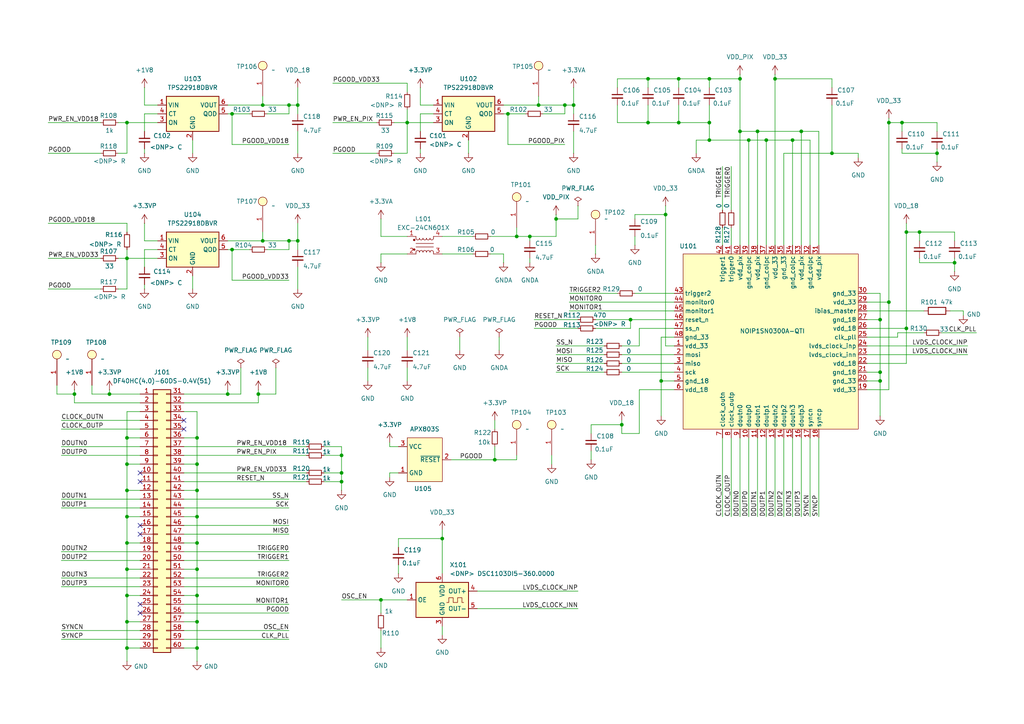
<source format=kicad_sch>
(kicad_sch (version 20250114) (generator "eeschema") (generator_version "9.0")
  (paper "A4")
  (junction (at 57.15 149.86))
  (junction (at 36.83 35.56))
  (junction (at 196.85 22.86))
  (junction (at 36.83 157.48))
  (junction (at 196.85 35.56))
  (junction (at 76.2 69.85))
  (junction (at 161.29 63.5))
  (junction (at 229.87 40.64))
  (junction (at 257.81 35.56))
  (junction (at 21.59 114.3))
  (junction (at 163.83 30.48))
  (junction (at 36.83 172.72))
  (junction (at 86.36 30.48))
  (junction (at 262.89 95.25))
  (junction (at 66.04 114.3))
  (junction (at 143.51 133.35))
  (junction (at 57.15 157.48))
  (junction (at 266.7 67.31))
  (junction (at 147.32 33.02))
  (junction (at 205.74 22.86))
  (junction (at 67.31 33.02))
  (junction (at 128.27 156.21))
  (junction (at 193.04 62.23))
  (junction (at 180.34 123.19))
  (junction (at 214.63 38.1))
  (junction (at 187.96 22.86))
  (junction (at 57.15 180.34))
  (junction (at 36.83 165.1))
  (junction (at 153.67 68.58))
  (junction (at 31.75 114.3))
  (junction (at 36.83 149.86))
  (junction (at 36.83 127))
  (junction (at 149.86 68.58))
  (junction (at 222.25 40.64))
  (junction (at 191.77 110.49))
  (junction (at 36.83 187.96))
  (junction (at 166.37 30.48))
  (junction (at 36.83 134.62))
  (junction (at 57.15 127))
  (junction (at 217.17 40.64))
  (junction (at 110.49 173.99))
  (junction (at 257.81 87.63))
  (junction (at 86.36 69.85))
  (junction (at 156.21 30.48))
  (junction (at 57.15 142.24))
  (junction (at 83.82 69.85))
  (junction (at 205.74 40.64))
  (junction (at 205.74 35.56))
  (junction (at 241.3 44.45))
  (junction (at 99.06 137.16))
  (junction (at 99.06 132.08))
  (junction (at 57.15 187.96))
  (junction (at 255.27 92.71))
  (junction (at 187.96 35.56))
  (junction (at 36.83 142.24))
  (junction (at 74.93 114.3))
  (junction (at 255.27 107.95))
  (junction (at 57.15 172.72))
  (junction (at 36.83 74.93))
  (junction (at 276.86 76.2))
  (junction (at 99.06 139.7))
  (junction (at 261.62 35.56))
  (junction (at 67.31 72.39))
  (junction (at 255.27 110.49))
  (junction (at 118.11 35.56))
  (junction (at 57.15 134.62))
  (junction (at 262.89 67.31))
  (junction (at 76.2 30.48))
  (junction (at 219.71 38.1))
  (junction (at 36.83 180.34))
  (junction (at 214.63 22.86))
  (junction (at 271.78 44.45))
  (junction (at 57.15 165.1))
  (junction (at 83.82 30.48))
  (junction (at 232.41 38.1))
  (junction (at 182.88 92.71))
  (junction (at 224.79 22.86))
  (no_connect (at 40.64 175.26))
  (no_connect (at 53.34 124.46))
  (no_connect (at 40.64 152.4))
  (no_connect (at 53.34 121.92))
  (no_connect (at 40.64 137.16))
  (no_connect (at 40.64 154.94))
  (no_connect (at 40.64 139.7))
  (no_connect (at 40.64 177.8))
  (wire (pts (xy 86.36 69.85) (xy 86.36 72.39)))
  (wire (pts (xy 34.29 44.45) (xy 36.83 44.45)))
  (wire (pts (xy 80.01 114.3) (xy 74.93 114.3)))
  (wire (pts (xy 118.11 26.67) (xy 118.11 24.13)))
  (wire (pts (xy 55.88 40.64) (xy 55.88 44.45)))
  (wire (pts (xy 184.15 68.58) (xy 184.15 71.12)))
  (wire (pts (xy 179.07 25.4) (xy 179.07 22.86)))
  (wire (pts (xy 205.74 40.64) (xy 217.17 40.64)))
  (wire (pts (xy 234.95 40.64) (xy 234.95 71.12)))
  (wire (pts (xy 118.11 106.68) (xy 118.11 110.49)))
  (wire (pts (xy 83.82 72.39) (xy 83.82 69.85)))
  (wire (pts (xy 21.59 114.3) (xy 21.59 116.84)))
  (wire (pts (xy 147.32 33.02) (xy 152.4 33.02)))
  (wire (pts (xy 214.63 22.86) (xy 214.63 38.1)))
  (wire (pts (xy 16.51 111.76) (xy 16.51 114.3)))
  (wire (pts (xy 217.17 40.64) (xy 217.17 71.12)))
  (wire (pts (xy 146.05 73.66) (xy 146.05 76.2)))
  (wire (pts (xy 179.07 30.48) (xy 179.07 35.56)))
  (wire (pts (xy 118.11 35.56) (xy 125.73 35.56)))
  (wire (pts (xy 53.34 144.78) (xy 83.82 144.78)))
  (wire (pts (xy 209.55 48.26) (xy 209.55 60.96)))
  (wire (pts (xy 118.11 68.58) (xy 110.49 68.58)))
  (wire (pts (xy 53.34 132.08) (xy 88.9 132.08)))
  (wire (pts (xy 115.57 156.21) (xy 128.27 156.21)))
  (wire (pts (xy 171.45 123.19) (xy 180.34 123.19)))
  (wire (pts (xy 74.93 113.03) (xy 74.93 114.3)))
  (wire (pts (xy 153.67 68.58) (xy 161.29 68.58)))
  (wire (pts (xy 55.88 80.01) (xy 55.88 83.82)))
  (wire (pts (xy 80.01 106.68) (xy 80.01 114.3)))
  (wire (pts (xy 237.49 127) (xy 237.49 149.86)))
  (wire (pts (xy 182.88 92.71) (xy 195.58 92.71)))
  (wire (pts (xy 36.83 180.34) (xy 36.83 187.96)))
  (wire (pts (xy 106.68 97.79) (xy 106.68 101.6)))
  (wire (pts (xy 53.34 139.7) (xy 88.9 139.7)))
  (wire (pts (xy 121.92 30.48) (xy 121.92 25.4)))
  (wire (pts (xy 93.98 139.7) (xy 99.06 139.7)))
  (wire (pts (xy 118.11 44.45) (xy 118.11 35.56)))
  (wire (pts (xy 224.79 22.86) (xy 224.79 71.12)))
  (wire (pts (xy 53.34 170.18) (xy 83.82 170.18)))
  (wire (pts (xy 17.78 182.88) (xy 40.64 182.88)))
  (wire (pts (xy 115.57 163.83) (xy 115.57 166.37)))
  (wire (pts (xy 209.55 127) (xy 209.55 149.86)))
  (wire (pts (xy 261.62 35.56) (xy 257.81 35.56)))
  (wire (pts (xy 237.49 38.1) (xy 237.49 71.12)))
  (wire (pts (xy 53.34 142.24) (xy 57.15 142.24)))
  (wire (pts (xy 41.91 69.85) (xy 41.91 64.77)))
  (wire (pts (xy 53.34 134.62) (xy 57.15 134.62)))
  (wire (pts (xy 41.91 82.55) (xy 41.91 83.82)))
  (wire (pts (xy 172.72 92.71) (xy 182.88 92.71)))
  (wire (pts (xy 142.24 73.66) (xy 146.05 73.66)))
  (wire (pts (xy 110.49 173.99) (xy 110.49 177.8)))
  (wire (pts (xy 163.83 33.02) (xy 163.83 30.48)))
  (wire (pts (xy 36.83 134.62) (xy 36.83 142.24)))
  (wire (pts (xy 255.27 107.95) (xy 255.27 110.49)))
  (wire (pts (xy 74.93 114.3) (xy 74.93 116.84)))
  (wire (pts (xy 146.05 30.48) (xy 156.21 30.48)))
  (wire (pts (xy 212.09 48.26) (xy 212.09 60.96)))
  (wire (pts (xy 115.57 129.54) (xy 113.03 129.54)))
  (wire (pts (xy 113.03 129.54) (xy 113.03 128.27)))
  (wire (pts (xy 125.73 30.48) (xy 121.92 30.48)))
  (wire (pts (xy 40.64 162.56) (xy 17.78 162.56)))
  (wire (pts (xy 53.34 152.4) (xy 83.82 152.4)))
  (wire (pts (xy 167.64 63.5) (xy 161.29 63.5)))
  (wire (pts (xy 76.2 67.31) (xy 76.2 69.85)))
  (wire (pts (xy 229.87 127) (xy 229.87 149.86)))
  (wire (pts (xy 251.46 87.63) (xy 257.81 87.63)))
  (wire (pts (xy 167.64 59.69) (xy 167.64 63.5)))
  (wire (pts (xy 86.36 64.77) (xy 86.36 69.85)))
  (wire (pts (xy 146.05 33.02) (xy 147.32 33.02)))
  (wire (pts (xy 57.15 165.1) (xy 57.15 172.72)))
  (wire (pts (xy 232.41 38.1) (xy 232.41 71.12)))
  (wire (pts (xy 262.89 67.31) (xy 262.89 64.77)))
  (wire (pts (xy 67.31 81.28) (xy 83.82 81.28)))
  (wire (pts (xy 171.45 125.73) (xy 171.45 123.19)))
  (wire (pts (xy 180.34 100.33) (xy 185.42 100.33)))
  (wire (pts (xy 205.74 35.56) (xy 205.74 40.64)))
  (wire (pts (xy 232.41 38.1) (xy 219.71 38.1)))
  (wire (pts (xy 163.83 30.48) (xy 166.37 30.48)))
  (wire (pts (xy 165.1 87.63) (xy 195.58 87.63)))
  (wire (pts (xy 36.83 142.24) (xy 40.64 142.24)))
  (wire (pts (xy 31.75 114.3) (xy 40.64 114.3)))
  (wire (pts (xy 262.89 105.41) (xy 262.89 95.25)))
  (wire (pts (xy 99.06 137.16) (xy 99.06 132.08)))
  (wire (pts (xy 147.32 33.02) (xy 147.32 41.91)))
  (wire (pts (xy 138.43 171.45) (xy 167.64 171.45)))
  (wire (pts (xy 57.15 172.72) (xy 57.15 180.34)))
  (wire (pts (xy 36.83 35.56) (xy 45.72 35.56)))
  (wire (pts (xy 184.15 85.09) (xy 195.58 85.09)))
  (wire (pts (xy 83.82 33.02) (xy 83.82 30.48)))
  (wire (pts (xy 234.95 127) (xy 234.95 149.86)))
  (wire (pts (xy 143.51 133.35) (xy 149.86 133.35)))
  (wire (pts (xy 154.94 92.71) (xy 167.64 92.71)))
  (wire (pts (xy 83.82 69.85) (xy 86.36 69.85)))
  (wire (pts (xy 180.34 105.41) (xy 195.58 105.41)))
  (wire (pts (xy 40.64 170.18) (xy 17.78 170.18)))
  (wire (pts (xy 179.07 35.56) (xy 187.96 35.56)))
  (wire (pts (xy 53.34 177.8) (xy 83.82 177.8)))
  (wire (pts (xy 229.87 40.64) (xy 234.95 40.64)))
  (wire (pts (xy 187.96 30.48) (xy 187.96 35.56)))
  (wire (pts (xy 66.04 72.39) (xy 67.31 72.39)))
  (wire (pts (xy 180.34 123.19) (xy 180.34 125.73)))
  (wire (pts (xy 86.36 30.48) (xy 86.36 33.02)))
  (wire (pts (xy 191.77 110.49) (xy 191.77 120.65)))
  (wire (pts (xy 53.34 137.16) (xy 88.9 137.16)))
  (wire (pts (xy 53.34 129.54) (xy 88.9 129.54)))
  (wire (pts (xy 36.83 187.96) (xy 36.83 191.77)))
  (wire (pts (xy 69.85 106.68) (xy 69.85 114.3)))
  (wire (pts (xy 67.31 72.39) (xy 67.31 81.28)))
  (wire (pts (xy 16.51 114.3) (xy 21.59 114.3)))
  (wire (pts (xy 118.11 97.79) (xy 118.11 101.6)))
  (wire (pts (xy 99.06 139.7) (xy 99.06 137.16)))
  (wire (pts (xy 36.83 127) (xy 40.64 127)))
  (wire (pts (xy 241.3 22.86) (xy 224.79 22.86)))
  (wire (pts (xy 271.78 38.1) (xy 271.78 35.56)))
  (wire (pts (xy 53.34 187.96) (xy 57.15 187.96)))
  (wire (pts (xy 149.86 68.58) (xy 153.67 68.58)))
  (wire (pts (xy 57.15 180.34) (xy 57.15 187.96)))
  (wire (pts (xy 166.37 25.4) (xy 166.37 30.48)))
  (wire (pts (xy 40.64 129.54) (xy 17.78 129.54)))
  (wire (pts (xy 255.27 110.49) (xy 255.27 120.65)))
  (wire (pts (xy 255.27 85.09) (xy 255.27 92.71)))
  (wire (pts (xy 53.34 149.86) (xy 57.15 149.86)))
  (wire (pts (xy 45.72 69.85) (xy 41.91 69.85)))
  (wire (pts (xy 171.45 130.81) (xy 171.45 133.35)))
  (wire (pts (xy 227.33 44.45) (xy 227.33 71.12)))
  (wire (pts (xy 185.42 113.03) (xy 185.42 125.73)))
  (wire (pts (xy 106.68 106.68) (xy 106.68 110.49)))
  (wire (pts (xy 128.27 68.58) (xy 137.16 68.58)))
  (wire (pts (xy 66.04 30.48) (xy 76.2 30.48)))
  (wire (pts (xy 121.92 43.18) (xy 121.92 44.45)))
  (wire (pts (xy 36.83 157.48) (xy 40.64 157.48)))
  (wire (pts (xy 273.05 96.52) (xy 283.21 96.52)))
  (wire (pts (xy 185.42 95.25) (xy 195.58 95.25)))
  (wire (pts (xy 195.58 110.49) (xy 191.77 110.49)))
  (wire (pts (xy 26.67 111.76) (xy 26.67 114.3)))
  (wire (pts (xy 147.32 41.91) (xy 163.83 41.91)))
  (wire (pts (xy 36.83 142.24) (xy 36.83 149.86)))
  (wire (pts (xy 271.78 43.18) (xy 271.78 44.45)))
  (wire (pts (xy 160.02 132.08) (xy 160.02 134.62)))
  (wire (pts (xy 110.49 68.58) (xy 110.49 63.5)))
  (wire (pts (xy 53.34 119.38) (xy 57.15 119.38)))
  (wire (pts (xy 76.2 27.94) (xy 76.2 30.48)))
  (wire (pts (xy 156.21 27.94) (xy 156.21 30.48)))
  (wire (pts (xy 93.98 137.16) (xy 99.06 137.16)))
  (wire (pts (xy 36.83 44.45) (xy 36.83 35.56)))
  (wire (pts (xy 153.67 74.93) (xy 153.67 76.2)))
  (wire (pts (xy 184.15 62.23) (xy 193.04 62.23)))
  (wire (pts (xy 222.25 40.64) (xy 222.25 71.12)))
  (wire (pts (xy 57.15 149.86) (xy 57.15 157.48)))
  (wire (pts (xy 227.33 127) (xy 227.33 149.86)))
  (wire (pts (xy 144.78 97.79) (xy 144.78 101.6)))
  (wire (pts (xy 121.92 33.02) (xy 125.73 33.02)))
  (wire (pts (xy 193.04 59.69) (xy 193.04 62.23)))
  (wire (pts (xy 257.81 35.56) (xy 257.81 87.63)))
  (wire (pts (xy 251.46 102.87) (xy 280.67 102.87)))
  (wire (pts (xy 13.97 44.45) (xy 29.21 44.45)))
  (wire (pts (xy 248.92 44.45) (xy 248.92 45.72)))
  (wire (pts (xy 128.27 153.67) (xy 128.27 156.21)))
  (wire (pts (xy 201.93 40.64) (xy 205.74 40.64)))
  (wire (pts (xy 36.83 165.1) (xy 36.83 172.72)))
  (wire (pts (xy 214.63 21.59) (xy 214.63 22.86)))
  (wire (pts (xy 184.15 63.5) (xy 184.15 62.23)))
  (wire (pts (xy 40.64 160.02) (xy 17.78 160.02)))
  (wire (pts (xy 69.85 114.3) (xy 66.04 114.3)))
  (wire (pts (xy 40.64 147.32) (xy 17.78 147.32)))
  (wire (pts (xy 34.29 74.93) (xy 36.83 74.93)))
  (wire (pts (xy 241.3 30.48) (xy 241.3 44.45)))
  (wire (pts (xy 251.46 100.33) (xy 280.67 100.33)))
  (wire (pts (xy 255.27 92.71) (xy 255.27 107.95)))
  (wire (pts (xy 165.1 90.17) (xy 195.58 90.17)))
  (wire (pts (xy 201.93 44.45) (xy 201.93 40.64)))
  (wire (pts (xy 212.09 66.04) (xy 212.09 71.12)))
  (wire (pts (xy 251.46 85.09) (xy 255.27 85.09)))
  (wire (pts (xy 86.36 38.1) (xy 86.36 44.45)))
  (wire (pts (xy 57.15 157.48) (xy 57.15 165.1)))
  (wire (pts (xy 241.3 25.4) (xy 241.3 22.86)))
  (wire (pts (xy 36.83 134.62) (xy 40.64 134.62)))
  (wire (pts (xy 180.34 121.92) (xy 180.34 123.19)))
  (wire (pts (xy 205.74 22.86) (xy 214.63 22.86)))
  (wire (pts (xy 187.96 35.56) (xy 196.85 35.56)))
  (wire (pts (xy 118.11 73.66) (xy 110.49 73.66)))
  (wire (pts (xy 180.34 125.73) (xy 185.42 125.73)))
  (wire (pts (xy 161.29 107.95) (xy 175.26 107.95)))
  (wire (pts (xy 57.15 127) (xy 57.15 134.62)))
  (wire (pts (xy 261.62 43.18) (xy 261.62 44.45)))
  (wire (pts (xy 40.64 132.08) (xy 17.78 132.08)))
  (wire (pts (xy 110.49 187.96) (xy 110.49 182.88)))
  (wire (pts (xy 217.17 40.64) (xy 222.25 40.64)))
  (wire (pts (xy 53.34 182.88) (xy 83.82 182.88)))
  (wire (pts (xy 36.83 74.93) (xy 45.72 74.93)))
  (wire (pts (xy 172.72 95.25) (xy 182.88 95.25)))
  (wire (pts (xy 53.34 157.48) (xy 57.15 157.48)))
  (wire (pts (xy 41.91 43.18) (xy 41.91 44.45)))
  (wire (pts (xy 57.15 134.62) (xy 57.15 142.24)))
  (wire (pts (xy 40.64 124.46) (xy 17.78 124.46)))
  (wire (pts (xy 76.2 30.48) (xy 83.82 30.48)))
  (wire (pts (xy 67.31 33.02) (xy 72.39 33.02)))
  (wire (pts (xy 57.15 119.38) (xy 57.15 127)))
  (wire (pts (xy 179.07 22.86) (xy 187.96 22.86)))
  (wire (pts (xy 157.48 33.02) (xy 163.83 33.02)))
  (wire (pts (xy 13.97 74.93) (xy 29.21 74.93)))
  (wire (pts (xy 191.77 97.79) (xy 191.77 110.49)))
  (wire (pts (xy 128.27 73.66) (xy 137.16 73.66)))
  (wire (pts (xy 196.85 22.86) (xy 196.85 25.4)))
  (wire (pts (xy 121.92 33.02) (xy 121.92 38.1)))
  (wire (pts (xy 31.75 113.03) (xy 31.75 114.3)))
  (wire (pts (xy 57.15 142.24) (xy 57.15 149.86)))
  (wire (pts (xy 205.74 22.86) (xy 205.74 25.4)))
  (wire (pts (xy 214.63 38.1) (xy 214.63 71.12)))
  (wire (pts (xy 257.81 35.56) (xy 257.81 34.29)))
  (wire (pts (xy 161.29 105.41) (xy 175.26 105.41)))
  (wire (pts (xy 241.3 44.45) (xy 248.92 44.45)))
  (wire (pts (xy 96.52 24.13) (xy 118.11 24.13)))
  (wire (pts (xy 93.98 129.54) (xy 99.06 129.54)))
  (wire (pts (xy 229.87 40.64) (xy 229.87 71.12)))
  (wire (pts (xy 261.62 35.56) (xy 261.62 38.1)))
  (wire (pts (xy 110.49 73.66) (xy 110.49 76.2)))
  (wire (pts (xy 237.49 38.1) (xy 232.41 38.1)))
  (wire (pts (xy 36.83 149.86) (xy 40.64 149.86)))
  (wire (pts (xy 53.34 114.3) (xy 66.04 114.3)))
  (wire (pts (xy 153.67 69.85) (xy 153.67 68.58)))
  (wire (pts (xy 36.83 64.77) (xy 36.83 67.31)))
  (wire (pts (xy 161.29 100.33) (xy 175.26 100.33)))
  (wire (pts (xy 36.83 127) (xy 36.83 134.62)))
  (wire (pts (xy 149.86 66.04) (xy 149.86 68.58)))
  (wire (pts (xy 130.81 133.35) (xy 143.51 133.35)))
  (wire (pts (xy 222.25 40.64) (xy 229.87 40.64)))
  (wire (pts (xy 128.27 156.21) (xy 128.27 166.37)))
  (wire (pts (xy 161.29 102.87) (xy 175.26 102.87)))
  (wire (pts (xy 66.04 69.85) (xy 76.2 69.85)))
  (wire (pts (xy 77.47 33.02) (xy 83.82 33.02)))
  (wire (pts (xy 227.33 44.45) (xy 241.3 44.45)))
  (wire (pts (xy 83.82 30.48) (xy 86.36 30.48)))
  (wire (pts (xy 36.83 149.86) (xy 36.83 157.48)))
  (wire (pts (xy 193.04 100.33) (xy 195.58 100.33)))
  (wire (pts (xy 180.34 102.87) (xy 195.58 102.87)))
  (wire (pts (xy 187.96 22.86) (xy 196.85 22.86)))
  (wire (pts (xy 257.81 113.03) (xy 257.81 87.63)))
  (wire (pts (xy 154.94 95.25) (xy 167.64 95.25)))
  (wire (pts (xy 276.86 74.93) (xy 276.86 76.2)))
  (wire (pts (xy 67.31 72.39) (xy 72.39 72.39)))
  (wire (pts (xy 232.41 127) (xy 232.41 149.86)))
  (wire (pts (xy 36.83 119.38) (xy 36.83 127)))
  (wire (pts (xy 224.79 127) (xy 224.79 149.86)))
  (wire (pts (xy 251.46 97.79) (xy 260.35 97.79)))
  (wire (pts (xy 53.34 172.72) (xy 57.15 172.72)))
  (wire (pts (xy 76.2 69.85) (xy 83.82 69.85)))
  (wire (pts (xy 219.71 38.1) (xy 214.63 38.1)))
  (wire (pts (xy 166.37 30.48) (xy 166.37 33.02)))
  (wire (pts (xy 219.71 127) (xy 219.71 149.86)))
  (wire (pts (xy 34.29 35.56) (xy 36.83 35.56)))
  (wire (pts (xy 67.31 33.02) (xy 67.31 41.91)))
  (wire (pts (xy 166.37 38.1) (xy 166.37 44.45)))
  (wire (pts (xy 114.3 44.45) (xy 118.11 44.45)))
  (wire (pts (xy 271.78 44.45) (xy 271.78 46.99)))
  (wire (pts (xy 196.85 22.86) (xy 205.74 22.86)))
  (wire (pts (xy 53.34 165.1) (xy 57.15 165.1)))
  (wire (pts (xy 41.91 72.39) (xy 41.91 77.47)))
  (wire (pts (xy 114.3 35.56) (xy 118.11 35.56)))
  (wire (pts (xy 209.55 66.04) (xy 209.55 71.12)))
  (wire (pts (xy 182.88 95.25) (xy 182.88 92.71)))
  (wire (pts (xy 185.42 100.33) (xy 185.42 95.25)))
  (wire (pts (xy 96.52 35.56) (xy 109.22 35.56)))
  (wire (pts (xy 99.06 142.24) (xy 99.06 139.7)))
  (wire (pts (xy 138.43 176.53) (xy 167.64 176.53)))
  (wire (pts (xy 266.7 76.2) (xy 276.86 76.2)))
  (wire (pts (xy 36.83 72.39) (xy 36.83 74.93)))
  (wire (pts (xy 86.36 25.4) (xy 86.36 30.48)))
  (wire (pts (xy 143.51 121.92) (xy 143.51 124.46)))
  (wire (pts (xy 110.49 173.99) (xy 118.11 173.99)))
  (wire (pts (xy 53.34 180.34) (xy 57.15 180.34)))
  (wire (pts (xy 41.91 33.02) (xy 41.91 38.1)))
  (wire (pts (xy 161.29 63.5) (xy 161.29 68.58)))
  (wire (pts (xy 260.35 97.79) (xy 260.35 96.52)))
  (wire (pts (xy 53.34 167.64) (xy 83.82 167.64)))
  (wire (pts (xy 113.03 137.16) (xy 113.03 138.43)))
  (wire (pts (xy 36.83 180.34) (xy 40.64 180.34)))
  (wire (pts (xy 36.83 172.72) (xy 36.83 180.34)))
  (wire (pts (xy 276.86 67.31) (xy 266.7 67.31)))
  (wire (pts (xy 224.79 22.86) (xy 224.79 21.59)))
  (wire (pts (xy 251.46 92.71) (xy 255.27 92.71)))
  (wire (pts (xy 41.91 33.02) (xy 45.72 33.02)))
  (wire (pts (xy 41.91 30.48) (xy 41.91 25.4)))
  (wire (pts (xy 13.97 35.56) (xy 29.21 35.56)))
  (wire (pts (xy 205.74 30.48) (xy 205.74 35.56)))
  (wire (pts (xy 40.64 119.38) (xy 36.83 119.38)))
  (wire (pts (xy 86.36 77.47) (xy 86.36 83.82)))
  (wire (pts (xy 99.06 132.08) (xy 99.06 129.54)))
  (wire (pts (xy 212.09 127) (xy 212.09 149.86)))
  (wire (pts (xy 115.57 158.75) (xy 115.57 156.21)))
  (wire (pts (xy 251.46 90.17) (xy 267.97 90.17)))
  (wire (pts (xy 36.83 187.96) (xy 40.64 187.96)))
  (wire (pts (xy 66.04 33.02) (xy 67.31 33.02)))
  (wire (pts (xy 53.34 175.26) (xy 83.82 175.26)))
  (wire (pts (xy 180.34 107.95) (xy 195.58 107.95)))
  (wire (pts (xy 40.64 167.64) (xy 17.78 167.64)))
  (wire (pts (xy 96.52 44.45) (xy 109.22 44.45)))
  (wire (pts (xy 113.03 137.16) (xy 115.57 137.16)))
  (wire (pts (xy 165.1 85.09) (xy 179.07 85.09)))
  (wire (pts (xy 187.96 22.86) (xy 187.96 25.4)))
  (wire (pts (xy 45.72 30.48) (xy 41.91 30.48)))
  (wire (pts (xy 53.34 185.42) (xy 83.82 185.42)))
  (wire (pts (xy 53.34 154.94) (xy 83.82 154.94)))
  (wire (pts (xy 66.04 114.3) (xy 66.04 113.03)))
  (wire (pts (xy 193.04 62.23) (xy 193.04 100.33)))
  (wire (pts (xy 34.29 83.82) (xy 36.83 83.82)))
  (wire (pts (xy 266.7 74.93) (xy 266.7 76.2)))
  (wire (pts (xy 67.31 41.91) (xy 83.82 41.91)))
  (wire (pts (xy 57.15 187.96) (xy 57.15 191.77)))
  (wire (pts (xy 93.98 132.08) (xy 99.06 132.08)))
  (wire (pts (xy 26.67 114.3) (xy 31.75 114.3)))
  (wire (pts (xy 266.7 67.31) (xy 266.7 69.85)))
  (wire (pts (xy 17.78 185.42) (xy 40.64 185.42)))
  (wire (pts (xy 41.91 72.39) (xy 45.72 72.39)))
  (wire (pts (xy 53.34 162.56) (xy 83.82 162.56)))
  (wire (pts (xy 21.59 116.84) (xy 40.64 116.84)))
  (wire (pts (xy 217.17 127) (xy 217.17 149.86)))
  (wire (pts (xy 36.83 157.48) (xy 36.83 165.1)))
  (wire (pts (xy 195.58 97.79) (xy 191.77 97.79)))
  (wire (pts (xy 251.46 105.41) (xy 262.89 105.41)))
  (wire (pts (xy 214.63 127) (xy 214.63 149.86)))
  (wire (pts (xy 74.93 116.84) (xy 53.34 116.84)))
  (wire (pts (xy 161.29 62.23) (xy 161.29 63.5)))
  (wire (pts (xy 251.46 95.25) (xy 262.89 95.25)))
  (wire (pts (xy 196.85 30.48) (xy 196.85 35.56)))
  (wire (pts (xy 53.34 127) (xy 57.15 127)))
  (wire (pts (xy 40.64 121.92) (xy 17.78 121.92)))
  (wire (pts (xy 36.83 83.82) (xy 36.83 74.93)))
  (wire (pts (xy 149.86 132.08) (xy 149.86 133.35)))
  (wire (pts (xy 40.64 144.78) (xy 17.78 144.78)))
  (wire (pts (xy 260.35 96.52) (xy 267.97 96.52)))
  (wire (pts (xy 271.78 35.56) (xy 261.62 35.56)))
  (wire (pts (xy 251.46 107.95) (xy 255.27 107.95)))
  (wire (pts (xy 133.35 97.79) (xy 133.35 101.6)))
  (wire (pts (xy 142.24 68.58) (xy 149.86 68.58)))
  (wire (pts (xy 53.34 160.02) (xy 83.82 160.02)))
  (wire (pts (xy 275.59 90.17) (xy 279.4 90.17)))
  (wire (pts (xy 276.86 76.2) (xy 276.86 78.74)))
  (wire (pts (xy 135.89 40.64) (xy 135.89 44.45)))
  (wire (pts (xy 143.51 129.54) (xy 143.51 133.35)))
  (wire (pts (xy 195.58 113.03) (xy 185.42 113.03)))
  (wire (pts (xy 77.47 72.39) (xy 83.82 72.39)))
  (wire (pts (xy 279.4 90.17) (xy 279.4 91.44)))
  (wire (pts (xy 36.83 165.1) (xy 40.64 165.1)))
  (wire (pts (xy 222.25 127) (xy 222.25 149.86)))
  (wire (pts (xy 276.86 69.85) (xy 276.86 67.31)))
  (wire (pts (xy 118.11 31.75) (xy 118.11 35.56)))
  (wire (pts (xy 251.46 113.03) (xy 257.81 113.03)))
  (wire (pts (xy 13.97 64.77) (xy 36.83 64.77)))
  (wire (pts (xy 99.06 173.99) (xy 110.49 173.99)))
  (wire (pts (xy 13.97 83.82) (xy 29.21 83.82)))
  (wire (pts (xy 156.21 30.48) (xy 163.83 30.48)))
  (wire (pts (xy 53.34 147.32) (xy 83.82 147.32)))
  (wire (pts (xy 21.59 113.03) (xy 21.59 114.3)))
  (wire (pts (xy 262.89 95.25) (xy 262.89 67.31)))
  (wire (pts (xy 261.62 44.45) (xy 271.78 44.45)))
  (wire (pts (xy 219.71 38.1) (xy 219.71 71.12)))
  (wire (pts (xy 251.46 110.49) (xy 255.27 110.49)))
  (wire (pts (xy 196.85 35.56) (xy 205.74 35.56)))
  (wire (pts (xy 36.83 172.72) (xy 40.64 172.72)))
  (wire (pts (xy 172.72 71.12) (xy 172.72 73.66)))
  (wire (pts (xy 128.27 181.61) (xy 128.27 184.15)))
  (wire (pts (xy 266.7 67.31) (xy 262.89 67.31)))
  (label "DOUTN1" (at 219.71 149.86 90))
  (label "PGOOD" (at 154.94 95.25 0))
  (label "SCK" (at 83.82 147.32 180))
  (label "LVDS_CLOCK_INP" (at 280.67 100.33 180))
  (label "DOUTN0" (at 17.78 129.54 0))
  (label "TRIGGER2" (at 83.82 167.64 180))
  (label "DOUTN2" (at 224.79 149.86 90))
  (label "SYNCP" (at 237.49 149.86 90))
  (label "DOUTP3" (at 232.41 149.86 90))
  (label "MISO" (at 83.82 154.94 180))
  (label "DOUTN3" (at 17.78 167.64 0))
  (label "PWR_EN_PIX" (at 68.58 132.08 0))
  (label "LVDS_CLOCK_INN" (at 280.67 102.87 180))
  (label "LVDS_CLOCK_INP" (at 167.64 171.45 180))
  (label "TRIGGER0" (at 212.09 48.26 270))
  (label "DOUTP2" (at 227.33 149.86 90))
  (label "SCK" (at 161.29 107.95 0))
  (label "PGOOD" (at 13.97 44.45 0))
  (label "CLK_PLL" (at 283.21 96.52 180))
  (label "SS_N" (at 161.29 100.33 0))
  (label "PGOOD_PIX" (at 163.83 41.91 180))
  (label "PGOOD" (at 13.97 83.82 0))
  (label "MOSI" (at 161.29 102.87 0))
  (label "PGOOD_VDD18" (at 13.97 64.77 0))
  (label "RESET_N" (at 68.58 139.7 0))
  (label "SYNCN" (at 234.95 149.86 90))
  (label "DOUTN0" (at 214.63 149.86 90))
  (label "SS_N" (at 83.82 144.78 180))
  (label "DOUTN3" (at 229.87 149.86 90))
  (label "CLOCK_OUTP" (at 212.09 149.86 90))
  (label "DOUTP0" (at 17.78 132.08 0))
  (label "CLOCK_OUTP" (at 17.78 124.46 0))
  (label "MOSI" (at 83.82 152.4 180))
  (label "PWR_EN_VDD33" (at 68.58 137.16 0))
  (label "PWR_EN_VDD18" (at 13.97 35.56 0))
  (label "CLOCK_OUTN" (at 17.78 121.92 0))
  (label "DOUTN2" (at 17.78 160.02 0))
  (label "CLK_PLL" (at 83.82 185.42 180))
  (label "PGOOD" (at 133.35 133.35 0))
  (label "MONITOR0" (at 165.1 87.63 0))
  (label "PWR_EN_VDD18" (at 68.58 129.54 0))
  (label "MISO" (at 161.29 105.41 0))
  (label "OSC_EN" (at 99.06 173.99 0))
  (label "DOUTP3" (at 17.78 170.18 0))
  (label "DOUTN1" (at 17.78 144.78 0))
  (label "PGOOD" (at 96.52 44.45 0))
  (label "SYNCP" (at 17.78 185.42 0))
  (label "RESET_N" (at 154.94 92.71 0))
  (label "DOUTP0" (at 217.17 149.86 90))
  (label "TRIGGER1" (at 83.82 162.56 180))
  (label "PWR_EN_PIX" (at 96.52 35.56 0))
  (label "DOUTP1" (at 222.25 149.86 90))
  (label "CLOCK_OUTN" (at 209.55 149.86 90))
  (label "TRIGGER2" (at 165.1 85.09 0))
  (label "MONITOR1" (at 165.1 90.17 0))
  (label "PGOOD_VDD33" (at 96.52 24.13 0))
  (label "TRIGGER0" (at 83.82 160.02 180))
  (label "PGOOD" (at 83.82 177.8 180))
  (label "PGOOD_VDD33" (at 83.82 81.28 180))
  (label "TRIGGER1" (at 209.55 48.26 270))
  (label "SYNCN" (at 17.78 182.88 0))
  (label "MONITOR0" (at 83.82 170.18 180))
  (label "DOUTP2" (at 17.78 162.56 0))
  (label "MONITOR1" (at 83.82 175.26 180))
  (label "LVDS_CLOCK_INN" (at 167.64 176.53 180))
  (label "DOUTP1" (at 17.78 147.32 0))
  (label "PGOOD_VDD18" (at 83.82 41.91 180))
  (label "PWR_EN_VDD33" (at 13.97 74.93 0))
  (label "OSC_EN" (at 83.82 182.88 180))
  (symbol (lib_id "Device:C_Small") (at 266.7 72.39 0) (unit 1)
    (property "Reference" "C112" (at 268.224 70.612 0) (effects (justify left)))
    (property "Value" "0.1uF" (at 267.716 74.422 0) (effects (justify left)))
    (property "Footprint" "Capacitor_SMD:C_0402_1005Metric" (effects (hide yes)))
    (property "Description" "Unpolarized capacitor, small symbol" (effects (hide yes)))
  )
  (symbol (lib_id "power:+3.3VP") (at 41.91 64.77 0) (unit 1)
    (property "Reference" "#PWR033" (effects (hide yes)))
    (property "Value" "+3.3VP" (at 41.91 59.69 0))
    (property "Description" "Power symbol creates a global label with name \"+3.3VP\"" (effects (hide yes)))
  )
  (symbol (lib_id "sensor_python300:VDD_33") (at 193.04 59.69 0) (unit 1)
    (property "Reference" "#PWR019" (effects (hide yes)))
    (property "Value" "VDD_33" (at 193.04 54.61 0))
    (property "Description" "Power symbol creates a global label with name \"VDD_33\"" (effects (hide yes)))
  )
  (symbol (lib_id "Device:R_Small") (at 36.83 69.85 180) (unit 1)
    (property "Reference" "R116" (at 33.02 68.072 0))
    (property "Value" "<DNP> R" (at 30.48 70.866 0))
    (property "Footprint" "Resistor_SMD:R_0402_1005Metric" (effects (hide yes)))
    (property "Description" "Resistor, small symbol" (effects (hide yes)))
  )
  (symbol (lib_id "power:GND") (at 118.11 110.49 0) (unit 1)
    (property "Reference" "#PWR045" (effects (hide yes)))
    (property "Value" "GND" (at 118.11 115.57 0))
    (property "Description" "Power symbol creates a global label with name \"GND\" , ground" (effects (hide yes)))
  )
  (symbol (lib_id "power:PWR_FLAG") (at 80.01 106.68 0) (unit 1)
    (property "Reference" "#FLG01" (effects (hide yes)))
    (property "Value" "PWR_FLAG" (at 80.01 101.6 0))
    (property "Description" "Special symbol for telling ERC where power comes from" (effects (hide yes)))
  )
  (symbol (lib_id "sensor_python300:TestPin") (at 76.2 19.05 270) (unit 1)
    (property "Reference" "TP106" (at 68.58 19.304 90) (effects (justify left)))
    (property "Value" "~" (at 78.74 20.32 90) (effects (justify left)))
    (property "Footprint" "sensor_python300:TestPin" (effects (hide yes)))
  )
  (symbol (lib_id "sensor_python300:VDD_33") (at 86.36 64.77 0) (unit 1)
    (property "Reference" "#PWR037" (effects (hide yes)))
    (property "Value" "VDD_33" (at 86.36 59.69 0))
    (property "Description" "Power symbol creates a global label with name \"VDD_33\"" (effects (hide yes)))
  )
  (symbol (lib_id "sensor_python300:VDD_33") (at 257.81 34.29 0) (unit 1)
    (property "Reference" "#PWR022" (effects (hide yes)))
    (property "Value" "VDD_33" (at 257.81 29.21 0))
    (property "Description" "Power symbol creates a global label with name \"VDD_33\"" (effects (hide yes)))
  )
  (symbol (lib_id "power:+1V8") (at 118.11 97.79 0) (unit 1)
    (property "Reference" "#PWR048" (effects (hide yes)))
    (property "Value" "+1V8" (at 118.11 92.71 0))
    (property "Description" "Power symbol creates a global label with name \"+1V8\"" (effects (hide yes)))
  )
  (symbol (lib_id "Device:R_Small") (at 143.51 127 180) (unit 1)
    (property "Reference" "R122" (at 139.954 125.476 0))
    (property "Value" "10k" (at 140.462 128.27 0))
    (property "Footprint" "Resistor_SMD:R_0402_1005Metric" (effects (hide yes)))
    (property "Description" "Resistor, small symbol" (effects (hide yes)))
  )
  (symbol (lib_id "power:PWR_FLAG") (at 133.35 97.79 0) (unit 1)
    (property "Reference" "#FLG03" (effects (hide yes)))
    (property "Value" "PWR_FLAG" (at 133.35 92.71 0))
    (property "Description" "Special symbol for telling ERC where power comes from" (effects (hide yes)))
  )
  (symbol (lib_id "Device:C_Small") (at 86.36 74.93 0) (unit 1)
    (property "Reference" "C117" (at 87.884 73.152 0) (effects (justify left)))
    (property "Value" "4.7uF" (at 87.884 77.216 0) (effects (justify left)))
    (property "Footprint" "Capacitor_SMD:C_0402_1005Metric" (effects (hide yes)))
    (property "Description" "Unpolarized capacitor, small symbol" (effects (hide yes)))
  )
  (symbol (lib_id "power:GND") (at 248.92 45.72 0) (unit 1)
    (property "Reference" "#PWR05" (effects (hide yes)))
    (property "Value" "GND" (at 248.92 50.8 0))
    (property "Description" "Power symbol creates a global label with name \"GND\" , ground" (effects (hide yes)))
  )
  (symbol (lib_id "Device:R_Small") (at 74.93 72.39 90) (unit 1)
    (property "Reference" "R104" (at 70.612 71.12 90))
    (property "Value" "33" (at 78.994 71.12 90))
    (property "Footprint" "Resistor_SMD:R_0402_1005Metric" (effects (hide yes)))
    (property "Description" "Resistor, small symbol" (effects (hide yes)))
  )
  (symbol (lib_id "sensor_python300:NOIP1SN0300A") (at 223.52 99.06 0) (unit 1)
    (property "Reference" "U101" (at 199.644 71.374 0))
    (property "Value" "NOIP1SN0300A-QTI" (at 224.028 96.012 0))
    (property "Footprint" "sensor_python300:NOIP1SN1300A" (effects (hide yes)))
  )
  (symbol (lib_id "power:GND") (at 110.49 187.96 0) (unit 1)
    (property "Reference" "#PWR052" (effects (hide yes)))
    (property "Value" "GND" (at 110.49 193.04 0))
    (property "Description" "Power symbol creates a global label with name \"GND\" , ground" (effects (hide yes)))
  )
  (symbol (lib_id "power:GND") (at 57.15 191.77 0) (unit 1)
    (property "Reference" "#PWR032" (effects (hide yes)))
    (property "Value" "GND" (at 61.214 193.294 0))
    (property "Description" "Power symbol creates a global label with name \"GND\" , ground" (effects (hide yes)))
  )
  (symbol (lib_id "sensor_python300:VDD_33") (at 224.79 21.59 0) (unit 1)
    (property "Reference" "#PWR06" (effects (hide yes)))
    (property "Value" "VDD_33" (at 224.79 16.51 0))
    (property "Description" "Power symbol creates a global label with name \"VDD_33\"" (effects (hide yes)))
  )
  (symbol (lib_id "Device:R_Small") (at 177.8 107.95 90) (unit 1)
    (property "Reference" "R124" (at 172.466 106.934 90))
    (property "Value" "0" (at 182.372 106.934 90))
    (property "Footprint" "Resistor_SMD:R_0402_1005Metric" (effects (hide yes)))
    (property "Description" "Resistor, small symbol" (effects (hide yes)))
  )
  (symbol (lib_id "power:GND") (at 113.03 138.43 0) (unit 1)
    (property "Reference" "#PWR056" (effects (hide yes)))
    (property "Value" "GND" (at 113.03 143.51 0))
    (property "Description" "Power symbol creates a global label with name \"GND\" , ground" (effects (hide yes)))
  )
  (symbol (lib_id "sensor_python300:VDD_33") (at 128.27 153.67 0) (unit 1)
    (property "Reference" "#PWR040" (effects (hide yes)))
    (property "Value" "VDD_33" (at 128.27 148.59 0))
    (property "Description" "Power symbol creates a global label with name \"VDD_33\"" (effects (hide yes)))
  )
  (symbol (lib_id "power:GND") (at 55.88 44.45 0) (unit 1)
    (property "Reference" "#PWR018" (effects (hide yes)))
    (property "Value" "GND" (at 55.88 49.53 0))
    (property "Description" "Power symbol creates a global label with name \"GND\" , ground" (effects (hide yes)))
  )
  (symbol (lib_id "power:GNDA") (at 153.67 76.2 0) (unit 1)
    (property "Reference" "#PWR025" (effects (hide yes)))
    (property "Value" "GNDA" (at 153.67 81.28 0))
    (property "Description" "Power symbol creates a global label with name \"GNDA\" , analog ground" (effects (hide yes)))
  )
  (symbol (lib_id "Device:C_Small") (at 166.37 35.56 0) (unit 1)
    (property "Reference" "C116" (at 167.894 33.782 0) (effects (justify left)))
    (property "Value" "4.7uF" (at 167.894 37.846 0) (effects (justify left)))
    (property "Footprint" "Capacitor_SMD:C_0402_1005Metric" (effects (hide yes)))
    (property "Description" "Unpolarized capacitor, small symbol" (effects (hide yes)))
  )
  (symbol (lib_id "Device:C_Small") (at 187.96 27.94 0) (unit 1)
    (property "Reference" "C105" (at 189.484 26.162 0) (effects (justify left)))
    (property "Value" "0.1uF" (at 188.976 29.972 0) (effects (justify left)))
    (property "Footprint" "Capacitor_SMD:C_0402_1005Metric" (effects (hide yes)))
    (property "Description" "Unpolarized capacitor, small symbol" (effects (hide yes)))
  )
  (symbol (lib_id "power:GND") (at 135.89 44.45 0) (unit 1)
    (property "Reference" "#PWR016" (effects (hide yes)))
    (property "Value" "GND" (at 135.89 49.53 0))
    (property "Description" "Power symbol creates a global label with name \"GND\" , ground" (effects (hide yes)))
  )
  (symbol (lib_id "Device:R_Small") (at 111.76 35.56 90) (unit 1)
    (property "Reference" "R115" (at 111.506 33.528 90))
    (property "Value" "33" (at 111.76 37.846 90))
    (property "Footprint" "Resistor_SMD:R_0402_1005Metric" (effects (hide yes)))
    (property "Description" "Resistor, small symbol" (effects (hide yes)))
  )
  (symbol (lib_id "power:GND") (at 99.06 142.24 0) (unit 1)
    (property "Reference" "#PWR051" (effects (hide yes)))
    (property "Value" "GND" (at 99.06 147.32 0))
    (property "Description" "Power symbol creates a global label with name \"GND\" , ground" (effects (hide yes)))
  )
  (symbol (lib_id "power:GND") (at 166.37 44.45 0) (unit 1)
    (property "Reference" "#PWR041" (effects (hide yes)))
    (property "Value" "GND" (at 166.37 49.53 0))
    (property "Description" "Power symbol creates a global label with name \"GND\" , ground" (effects (hide yes)))
  )
  (symbol (lib_id "Device:R_Small") (at 91.44 129.54 90) (unit 1)
    (property "Reference" "R119" (at 87.376 128.27 90))
    (property "Value" "1k" (at 94.742 128.524 90))
    (property "Footprint" "Resistor_SMD:R_0402_1005Metric" (effects (hide yes)))
    (property "Description" "Resistor, small symbol" (effects (hide yes)))
  )
  (symbol (lib_id "Device:R_Small") (at 154.94 33.02 90) (unit 1)
    (property "Reference" "R102" (at 150.368 31.75 90))
    (property "Value" "33" (at 159.004 31.75 90))
    (property "Footprint" "Resistor_SMD:R_0402_1005Metric" (effects (hide yes)))
    (property "Description" "Resistor, small symbol" (effects (hide yes)))
  )
  (symbol (lib_id "power:GND") (at 41.91 83.82 0) (unit 1)
    (property "Reference" "#PWR034" (effects (hide yes)))
    (property "Value" "GND" (at 41.91 88.9 0))
    (property "Description" "Power symbol creates a global label with name \"GND\" , ground" (effects (hide yes)))
  )
  (symbol (lib_id "power:GND") (at 128.27 184.15 0) (unit 1)
    (property "Reference" "#PWR039" (effects (hide yes)))
    (property "Value" "GND" (at 128.27 189.23 0))
    (property "Description" "Power symbol creates a global label with name \"GND\" , ground" (effects (hide yes)))
  )
  (symbol (lib_id "power:+1V8") (at 74.93 113.03 0) (unit 1)
    (property "Reference" "#PWR031" (effects (hide yes)))
    (property "Value" "+1V8" (at 74.93 107.95 0))
    (property "Description" "Power symbol creates a global label with name \"+1V8\"" (effects (hide yes)))
  )
  (symbol (lib_id "power:GND") (at 86.36 44.45 0) (unit 1)
    (property "Reference" "#PWR043" (effects (hide yes)))
    (property "Value" "GND" (at 86.36 49.53 0))
    (property "Description" "Power symbol creates a global label with name \"GND\" , ground" (effects (hide yes)))
  )
  (symbol (lib_id "power:GND") (at 255.27 120.65 0) (unit 1)
    (property "Reference" "#PWR01" (effects (hide yes)))
    (property "Value" "GND" (at 255.27 125.73 0))
    (property "Description" "Power symbol creates a global label with name \"GND\" , ground" (effects (hide yes)))
  )
  (symbol (lib_id "power:PWR_FLAG") (at 167.64 59.69 0) (unit 1)
    (property "Reference" "#FLG06" (effects (hide yes)))
    (property "Value" "PWR_FLAG" (at 167.64 54.61 0))
    (property "Description" "Special symbol for telling ERC where power comes from" (effects (hide yes)))
  )
  (symbol (lib_id "power:GND") (at 41.91 44.45 0) (unit 1)
    (property "Reference" "#PWR015" (effects (hide yes)))
    (property "Value" "GND" (at 41.91 49.53 0))
    (property "Description" "Power symbol creates a global label with name \"GND\" , ground" (effects (hide yes)))
  )
  (symbol (lib_id "Device:R_Small") (at 139.7 68.58 90) (unit 1)
    (property "Reference" "R105" (at 135.128 67.31 90))
    (property "Value" "0" (at 143.002 67.31 90))
    (property "Footprint" "Resistor_SMD:R_0402_1005Metric" (effects (hide yes)))
    (property "Description" "Resistor, small symbol" (effects (hide yes)))
  )
  (symbol (lib_id "sensor_python300:TestPin") (at 16.51 102.87 270) (unit 1)
    (property "Reference" "TP109" (at 14.732 99.314 90) (effects (justify left)))
    (property "Value" "~" (at 19.05 104.14 90) (effects (justify left)))
    (property "Footprint" "sensor_python300:TestPin" (effects (hide yes)))
  )
  (symbol (lib_id "sensor_python300:VDD_PIX") (at 214.63 21.59 0) (unit 1)
    (property "Reference" "#PWR02" (effects (hide yes)))
    (property "Value" "VDD_PIX" (at 214.63 16.51 0))
    (property "Description" "Power symbol creates a global label with name \"VDD_PIX\"" (effects (hide yes)))
  )
  (symbol (lib_id "Device:C_Small") (at 196.85 27.94 0) (unit 1)
    (property "Reference" "C104" (at 198.374 26.162 0) (effects (justify left)))
    (property "Value" "0.1uF" (at 197.866 29.972 0) (effects (justify left)))
    (property "Footprint" "Capacitor_SMD:C_0402_1005Metric" (effects (hide yes)))
    (property "Description" "Unpolarized capacitor, small symbol" (effects (hide yes)))
  )
  (symbol (lib_id "power:GND") (at 86.36 83.82 0) (unit 1)
    (property "Reference" "#PWR042" (effects (hide yes)))
    (property "Value" "GND" (at 86.36 88.9 0))
    (property "Description" "Power symbol creates a global label with name \"GND\" , ground" (effects (hide yes)))
  )
  (symbol (lib_id "Device:R_Small") (at 31.75 74.93 90) (unit 1)
    (property "Reference" "R107" (at 31.496 72.898 90))
    (property "Value" "33" (at 31.75 77.216 90))
    (property "Footprint" "Resistor_SMD:R_0402_1005Metric" (effects (hide yes)))
    (property "Description" "Resistor, small symbol" (effects (hide yes)))
  )
  (symbol (lib_id "Device:C_Small") (at 276.86 72.39 0) (unit 1)
    (property "Reference" "C113" (at 278.384 70.612 0) (effects (justify left)))
    (property "Value" "0.1uF" (at 277.876 74.422 0) (effects (justify left)))
    (property "Footprint" "Capacitor_SMD:C_0402_1005Metric" (effects (hide yes)))
    (property "Description" "Unpolarized capacitor, small symbol" (effects (hide yes)))
  )
  (symbol (lib_id "power:+3.3VA") (at 110.49 63.5 0) (unit 1)
    (property "Reference" "#PWR010" (effects (hide yes)))
    (property "Value" "+3.3VA" (at 110.49 58.42 0))
    (property "Description" "Power symbol creates a global label with name \"+3.3VA\"" (effects (hide yes)))
  )
  (symbol (lib_id "Device:R_Small") (at 110.49 180.34 180) (unit 1)
    (property "Reference" "R110" (at 113.284 183.642 0))
    (property "Value" "1k" (at 112.776 177.292 0))
    (property "Footprint" "Resistor_SMD:R_0402_1005Metric" (effects (hide yes)))
    (property "Description" "Resistor, small symbol" (effects (hide yes)))
  )
  (symbol (lib_id "Device:R_Small") (at 181.61 85.09 90) (unit 1)
    (property "Reference" "R129" (at 177.292 83.82 90))
    (property "Value" "0" (at 185.674 83.82 90))
    (property "Footprint" "Resistor_SMD:R_0402_1005Metric" (effects (hide yes)))
    (property "Description" "Resistor, small symbol" (effects (hide yes)))
  )
  (symbol (lib_id "sensor_python300:TestPin") (at 76.2 58.42 270) (unit 1)
    (property "Reference" "TP107" (at 68.58 58.42 90) (effects (justify left)))
    (property "Value" "~" (at 78.74 59.69 90) (effects (justify left)))
    (property "Footprint" "sensor_python300:TestPin" (effects (hide yes)))
  )
  (symbol (lib_id "Device:R_Small") (at 31.75 35.56 90) (unit 1)
    (property "Reference" "R108" (at 31.496 33.528 90))
    (property "Value" "1k" (at 31.75 37.846 90))
    (property "Footprint" "Resistor_SMD:R_0402_1005Metric" (effects (hide yes)))
    (property "Description" "Resistor, small symbol" (effects (hide yes)))
  )
  (symbol (lib_id "power:+1V8") (at 21.59 113.03 0) (unit 1)
    (property "Reference" "#PWR027" (effects (hide yes)))
    (property "Value" "+1V8" (at 21.59 107.95 0))
    (property "Description" "Power symbol creates a global label with name \"+1V8\"" (effects (hide yes)))
  )
  (symbol (lib_id "Device:C_Small") (at 241.3 27.94 0) (unit 1)
    (property "Reference" "C107" (at 242.824 26.162 0) (effects (justify left)))
    (property "Value" "0.1uF" (at 242.316 29.972 0) (effects (justify left)))
    (property "Footprint" "Capacitor_SMD:C_0402_1005Metric" (effects (hide yes)))
    (property "Description" "Unpolarized capacitor, small symbol" (effects (hide yes)))
  )
  (symbol (lib_id "sensor_python300:TestPin") (at 26.67 102.87 270) (unit 1)
    (property "Reference" "TP108" (at 24.892 99.314 90) (effects (justify left)))
    (property "Value" "~" (at 29.21 104.14 90) (effects (justify left)))
    (property "Footprint" "sensor_python300:TestPin" (effects (hide yes)))
  )
  (symbol (lib_id "power:GND") (at 279.4 91.44 0) (unit 1)
    (property "Reference" "#PWR04" (effects (hide yes)))
    (property "Value" "GND" (at 282.448 91.186 0))
    (property "Description" "Power symbol creates a global label with name \"GND\" , ground" (effects (hide yes)))
  )
  (symbol (lib_id "Device:C_Small") (at 121.92 40.64 0) (unit 1)
    (property "Reference" "C101" (at 124.46 39.3762 0) (effects (justify left)))
    (property "Value" "<DNP> C" (at 124.46 41.9162 0) (effects (justify left)))
    (property "Footprint" "Capacitor_SMD:C_0402_1005Metric" (effects (hide yes)))
    (property "Description" "Unpolarized capacitor, small symbol" (effects (hide yes)))
  )
  (symbol (lib_id "Device:R_Small") (at 91.44 137.16 90) (unit 1)
    (property "Reference" "R120" (at 87.376 135.89 90))
    (property "Value" "1k" (at 94.742 136.144 90))
    (property "Footprint" "Resistor_SMD:R_0402_1005Metric" (effects (hide yes)))
    (property "Description" "Resistor, small symbol" (effects (hide yes)))
  )
  (symbol (lib_id "Oscillator:SiT9366xx-xBx-xxE") (at 128.27 173.99 0) (unit 1)
    (property "Reference" "X101" (at 130.4133 163.83 0) (effects (justify left)))
    (property "Value" "<DNP> DSC1103DI5-360.0000" (at 130.4133 166.37 0) (effects (justify left)))
    (property "Footprint" "Oscillator:Oscillator_SMD_SiTime_PQFD-6L_3.2x2.5mm" (effects (hide yes)))
    (property "Datasheet" "https://www.sitime.com/datasheet/SiT9366" (effects (hide yes)))
    (property "Description" "SiTime Standard Frequency Ultra-low Jitter Differential Oscillator, 1 MHz and 220MHz, PQFD-6, 3.2x2.5mm (with enable pin)" (effects (hide yes)))
  )
  (symbol (lib_id "Device:R_Small") (at 170.18 92.71 90) (unit 1)
    (property "Reference" "R112" (at 165.862 91.44 90))
    (property "Value" "470" (at 173.99 91.44 90))
    (property "Footprint" "Resistor_SMD:R_0402_1005Metric" (effects (hide yes)))
    (property "Description" "Resistor, small symbol" (effects (hide yes)))
  )
  (symbol (lib_id "sensor_python300:VDD_PIX") (at 161.29 62.23 0) (unit 1)
    (property "Reference" "#PWR038" (effects (hide yes)))
    (property "Value" "VDD_PIX" (at 161.29 57.15 0))
    (property "Description" "Power symbol creates a global label with name \"VDD_PIX\"" (effects (hide yes)))
  )
  (symbol (lib_id "power:GND") (at 191.77 120.65 0) (unit 1)
    (property "Reference" "#PWR03" (effects (hide yes)))
    (property "Value" "GND" (at 191.77 125.73 0))
    (property "Description" "Power symbol creates a global label with name \"GND\" , ground" (effects (hide yes)))
  )
  (symbol (lib_id "Device:R_Small") (at 139.7 73.66 90) (unit 1)
    (property "Reference" "R106" (at 135.128 72.39 90))
    (property "Value" "0" (at 142.748 72.39 90))
    (property "Footprint" "Resistor_SMD:R_0402_1005Metric" (effects (hide yes)))
    (property "Description" "Resistor, small symbol" (effects (hide yes)))
  )
  (symbol (lib_id "power:+3.3VA") (at 166.37 25.4 0) (unit 1)
    (property "Reference" "#PWR012" (effects (hide yes)))
    (property "Value" "+3.3VA" (at 166.37 20.32 0))
    (property "Description" "Power symbol creates a global label with name \"+3.3VA\"" (effects (hide yes)))
  )
  (symbol (lib_id "power:GNDA") (at 201.93 44.45 0) (unit 1)
    (property "Reference" "#PWR07" (effects (hide yes)))
    (property "Value" "GNDA" (at 201.93 49.53 0))
    (property "Description" "Power symbol creates a global label with name \"GNDA\" , analog ground" (effects (hide yes)))
  )
  (symbol (lib_id "sensor_python300:VDD_18") (at 262.89 64.77 0) (unit 1)
    (property "Reference" "#PWR036" (effects (hide yes)))
    (property "Value" "VDD_18" (at 262.89 59.69 0))
    (property "Description" "Power symbol creates a global label with name \"VDD_18\"" (effects (hide yes)))
  )
  (symbol (lib_id "power:GND") (at 55.88 83.82 0) (unit 1)
    (property "Reference" "#PWR035" (effects (hide yes)))
    (property "Value" "GND" (at 55.88 88.9 0))
    (property "Description" "Power symbol creates a global label with name \"GND\" , ground" (effects (hide yes)))
  )
  (symbol (lib_id "power:GND") (at 171.45 133.35 0) (unit 1)
    (property "Reference" "#PWR020" (effects (hide yes)))
    (property "Value" "GND" (at 171.45 138.43 0))
    (property "Description" "Power symbol creates a global label with name \"GND\" , ground" (effects (hide yes)))
  )
  (symbol (lib_id "Device:R_Small") (at 170.18 95.25 90) (unit 1)
    (property "Reference" "R113" (at 165.862 94.234 90))
    (property "Value" "<DNP> R" (at 176.784 93.98 90))
    (property "Footprint" "Resistor_SMD:R_0402_1005Metric" (effects (hide yes)))
    (property "Description" "Resistor, small symbol" (effects (hide yes)))
  )
  (symbol (lib_id "power:GND") (at 110.49 76.2 0) (unit 1)
    (property "Reference" "#PWR09" (effects (hide yes)))
    (property "Value" "GND" (at 110.49 81.28 0))
    (property "Description" "Power symbol creates a global label with name \"GND\" , ground" (effects (hide yes)))
  )
  (symbol (lib_id "Device:C_Small") (at 86.36 35.56 0) (unit 1)
    (property "Reference" "C118" (at 87.884 33.782 0) (effects (justify left)))
    (property "Value" "4.7uF" (at 87.884 37.846 0) (effects (justify left)))
    (property "Footprint" "Capacitor_SMD:C_0402_1005Metric" (effects (hide yes)))
    (property "Description" "Unpolarized capacitor, small symbol" (effects (hide yes)))
  )
  (symbol (lib_id "Device:R_Small") (at 177.8 105.41 90) (unit 1)
    (property "Reference" "R126" (at 172.466 104.394 90))
    (property "Value" "0" (at 182.372 104.394 90))
    (property "Footprint" "Resistor_SMD:R_0402_1005Metric" (effects (hide yes)))
    (property "Description" "Resistor, small symbol" (effects (hide yes)))
  )
  (symbol (lib_id "Power_Management:TPS22917DBV") (at 135.89 33.02 0) (unit 1)
    (property "Reference" "U102" (at 135.89 22.86 0))
    (property "Value" "TPS22918DBVR" (at 135.89 25.4 0))
    (property "Footprint" "Package_TO_SOT_SMD:SOT-23-6" (effects (hide yes)))
    (property "Datasheet" "http://www.ti.com/lit/ds/symlink/tps22917.pdf" (effects (hide yes)))
    (property "Description" "1V to 5.5V, 2A, 80mΩ Ultra-Low Leakage Load Switch, SOT23-6" (effects (hide yes)))
  )
  (symbol (lib_id "power:PWR_FLAG") (at 144.78 97.79 0) (unit 1)
    (property "Reference" "#FLG04" (effects (hide yes)))
    (property "Value" "PWR_FLAG" (at 144.78 92.71 0))
    (property "Description" "Special symbol for telling ERC where power comes from" (effects (hide yes)))
  )
  (symbol (lib_id "Device:R_Small") (at 74.93 33.02 90) (unit 1)
    (property "Reference" "R103" (at 70.104 31.75 90))
    (property "Value" "33" (at 78.994 31.75 90))
    (property "Footprint" "Resistor_SMD:R_0402_1005Metric" (effects (hide yes)))
    (property "Description" "Resistor, small symbol" (effects (hide yes)))
  )
  (symbol (lib_id "power:GNDA") (at 172.72 73.66 0) (unit 1)
    (property "Reference" "#PWR053" (effects (hide yes)))
    (property "Value" "GNDA" (at 172.72 78.74 0))
    (property "Description" "Power symbol creates a global label with name \"GNDA\" , analog ground" (effects (hide yes)))
  )
  (symbol (lib_id "power:GND") (at 121.92 44.45 0) (unit 1)
    (property "Reference" "#PWR017" (effects (hide yes)))
    (property "Value" "GND" (at 121.92 49.53 0))
    (property "Description" "Power symbol creates a global label with name \"GND\" , ground" (effects (hide yes)))
  )
  (symbol (lib_id "power:+3.3VP") (at 143.51 121.92 0) (unit 1)
    (property "Reference" "#PWR055" (effects (hide yes)))
    (property "Value" "+3.3VP" (at 143.51 116.84 0))
    (property "Description" "Power symbol creates a global label with name \"+3.3VP\"" (effects (hide yes)))
  )
  (symbol (lib_id "power:GND") (at 106.68 110.49 0) (unit 1)
    (property "Reference" "#PWR046" (effects (hide yes)))
    (property "Value" "GND" (at 106.68 115.57 0))
    (property "Description" "Power symbol creates a global label with name \"GND\" , ground" (effects (hide yes)))
  )
  (symbol (lib_id "power:+3.3VP") (at 66.04 113.03 0) (unit 1)
    (property "Reference" "#PWR030" (effects (hide yes)))
    (property "Value" "+3.3VP" (at 66.04 107.95 0))
    (property "Description" "Power symbol creates a global label with name \"+3.3VP\"" (effects (hide yes)))
  )
  (symbol (lib_id "Device:C_Small") (at 205.74 27.94 0) (unit 1)
    (property "Reference" "C103" (at 207.264 26.162 0) (effects (justify left)))
    (property "Value" "0.1uF" (at 206.756 29.972 0) (effects (justify left)))
    (property "Footprint" "Capacitor_SMD:C_0402_1005Metric" (effects (hide yes)))
    (property "Description" "Unpolarized capacitor, small symbol" (effects (hide yes)))
  )
  (symbol (lib_id "sensor_python300:TestPin") (at 160.02 123.19 270) (unit 1)
    (property "Reference" "TP103" (at 158.242 119.634 90) (effects (justify left)))
    (property "Value" "~" (at 162.56 124.46 90) (effects (justify left)))
    (property "Footprint" "sensor_python300:TestPin" (effects (hide yes)))
  )
  (symbol (lib_id "Device:C_Small") (at 115.57 161.29 0) (unit 1)
    (property "Reference" "C119" (at 117.094 159.512 0) (effects (justify left)))
    (property "Value" "0.1uF" (at 116.586 163.322 0) (effects (justify left)))
    (property "Footprint" "Capacitor_SMD:C_0402_1005Metric" (effects (hide yes)))
    (property "Description" "Unpolarized capacitor, small symbol" (effects (hide yes)))
  )
  (symbol (lib_id "power:GND") (at 160.02 134.62 0) (unit 1)
    (property "Reference" "#PWR054" (effects (hide yes)))
    (property "Value" "GND" (at 160.02 139.7 0))
    (property "Description" "Power symbol creates a global label with name \"GND\" , ground" (effects (hide yes)))
  )
  (symbol (lib_id "power:GND") (at 271.78 46.99 0) (unit 1)
    (property "Reference" "#PWR024" (effects (hide yes)))
    (property "Value" "GND" (at 271.78 52.07 0))
    (property "Description" "Power symbol creates a global label with name \"GND\" , ground" (effects (hide yes)))
  )
  (symbol (lib_id "sensor_python300:TestPin") (at 149.86 57.15 270) (unit 1)
    (property "Reference" "TP101" (at 148.082 53.594 90) (effects (justify left)))
    (property "Value" "~" (at 152.4 58.42 90) (effects (justify left)))
    (property "Footprint" "sensor_python300:TestPin" (effects (hide yes)))
  )
  (symbol (lib_id "Device:R_Small") (at 177.8 100.33 90) (unit 1)
    (property "Reference" "R123" (at 172.466 99.06 90))
    (property "Value" "0" (at 182.372 99.314 90))
    (property "Footprint" "Resistor_SMD:R_0402_1005Metric" (effects (hide yes)))
    (property "Description" "Resistor, small symbol" (effects (hide yes)))
  )
  (symbol (lib_id "power:GND") (at 133.35 101.6 0) (unit 1)
    (property "Reference" "#PWR050" (effects (hide yes)))
    (property "Value" "GND" (at 133.35 106.68 0))
    (property "Description" "Power symbol creates a global label with name \"GND\" , ground" (effects (hide yes)))
  )
  (symbol (lib_id "Device:R_Small") (at 31.75 83.82 90) (unit 1)
    (property "Reference" "R117" (at 31.496 81.788 90))
    (property "Value" "<DNP> R" (at 31.75 86.106 90))
    (property "Footprint" "Resistor_SMD:R_0402_1005Metric" (effects (hide yes)))
    (property "Description" "Resistor, small symbol" (effects (hide yes)))
  )
  (symbol (lib_id "Power_Management:TPS22917DBV") (at 55.88 33.02 0) (unit 1)
    (property "Reference" "U103" (at 55.88 22.86 0))
    (property "Value" "TPS22918DBVR" (at 55.88 25.4 0))
    (property "Footprint" "Package_TO_SOT_SMD:SOT-23-6" (effects (hide yes)))
    (property "Datasheet" "http://www.ti.com/lit/ds/symlink/tps22917.pdf" (effects (hide yes)))
    (property "Description" "1V to 5.5V, 2A, 80mΩ Ultra-Low Leakage Load Switch, SOT23-6" (effects (hide yes)))
  )
  (symbol (lib_id "Device:C_Small") (at 184.15 66.04 0) (unit 1)
    (property "Reference" "C109" (at 185.674 64.262 0) (effects (justify left)))
    (property "Value" "0.1uF" (at 185.674 68.326 0) (effects (justify left)))
    (property "Footprint" "Capacitor_SMD:C_0402_1005Metric" (effects (hide yes)))
    (property "Description" "Unpolarized capacitor, small symbol" (effects (hide yes)))
  )
  (symbol (lib_id "Device:R_Small") (at 177.8 102.87 90) (unit 1)
    (property "Reference" "R125" (at 172.466 101.6 90))
    (property "Value" "0" (at 182.372 101.854 90))
    (property "Footprint" "Resistor_SMD:R_0402_1005Metric" (effects (hide yes)))
    (property "Description" "Resistor, small symbol" (effects (hide yes)))
  )
  (symbol (lib_id "Device:C_Small") (at 153.67 72.39 0) (unit 1)
    (property "Reference" "C115" (at 155.194 70.612 0) (effects (justify left)))
    (property "Value" "4.7uF" (at 155.194 74.676 0) (effects (justify left)))
    (property "Footprint" "Capacitor_SMD:C_0402_1005Metric" (effects (hide yes)))
    (property "Description" "Unpolarized capacitor, small symbol" (effects (hide yes)))
  )
  (symbol (lib_id "Device:C_Small") (at 106.68 104.14 0) (unit 1)
    (property "Reference" "C120" (at 108.204 102.362 0) (effects (justify left)))
    (property "Value" "4.7uF" (at 108.204 106.426 0) (effects (justify left)))
    (property "Footprint" "Capacitor_SMD:C_0402_1005Metric" (effects (hide yes)))
    (property "Description" "Unpolarized capacitor, small symbol" (effects (hide yes)))
  )
  (symbol (lib_id "power:PWR_FLAG") (at 69.85 106.68 0) (unit 1)
    (property "Reference" "#FLG02" (effects (hide yes)))
    (property "Value" "PWR_FLAG" (at 69.85 101.6 0))
    (property "Description" "Special symbol for telling ERC where power comes from" (effects (hide yes)))
  )
  (symbol (lib_id "power:GND") (at 115.57 166.37 0) (unit 1)
    (property "Reference" "#PWR044" (effects (hide yes)))
    (property "Value" "GND" (at 115.57 171.45 0))
    (property "Description" "Power symbol creates a global label with name \"GND\" , ground" (effects (hide yes)))
  )
  (symbol (lib_id "Device:C_Small") (at 271.78 40.64 0) (unit 1)
    (property "Reference" "C111" (at 273.304 38.862 0) (effects (justify left)))
    (property "Value" "0.1uF" (at 272.796 42.672 0) (effects (justify left)))
    (property "Footprint" "Capacitor_SMD:C_0402_1005Metric" (effects (hide yes)))
    (property "Description" "Unpolarized capacitor, small symbol" (effects (hide yes)))
  )
  (symbol (lib_id "Power_Management:TPS22917DBV") (at 55.88 72.39 0) (unit 1)
    (property "Reference" "U104" (at 55.88 62.23 0))
    (property "Value" "TPS22918DBVR" (at 55.88 64.77 0))
    (property "Footprint" "Package_TO_SOT_SMD:SOT-23-6" (effects (hide yes)))
    (property "Datasheet" "http://www.ti.com/lit/ds/symlink/tps22917.pdf" (effects (hide yes)))
    (property "Description" "1V to 5.5V, 2A, 80mΩ Ultra-Low Leakage Load Switch, SOT23-6" (effects (hide yes)))
  )
  (symbol (lib_id "power:+3.3VP") (at 106.68 97.79 0) (unit 1)
    (property "Reference" "#PWR047" (effects (hide yes)))
    (property "Value" "+3.3VP" (at 106.68 92.71 0))
    (property "Description" "Power symbol creates a global label with name \"+3.3VP\"" (effects (hide yes)))
  )
  (symbol (lib_id "Device:R_Small") (at 209.55 63.5 180) (unit 1)
    (property "Reference" "R128" (at 208.28 68.072 90))
    (property "Value" "0" (at 208.534 59.69 90))
    (property "Footprint" "Resistor_SMD:R_0402_1005Metric" (effects (hide yes)))
    (property "Description" "Resistor, small symbol" (effects (hide yes)))
  )
  (symbol (lib_id "power:+3.3VP") (at 121.92 25.4 0) (unit 1)
    (property "Reference" "#PWR011" (effects (hide yes)))
    (property "Value" "+3.3VP" (at 121.92 20.32 0))
    (property "Description" "Power symbol creates a global label with name \"+3.3VP\"" (effects (hide yes)))
  )
  (symbol (lib_id "Device:R") (at 271.78 90.17 90) (unit 1)
    (property "Reference" "R101" (at 269.494 87.63 90))
    (property "Value" "47k" (at 274.574 87.63 90))
    (property "Footprint" "Resistor_SMD:R_0402_1005Metric" (effects (hide yes)))
    (property "Description" "Resistor" (effects (hide yes)))
  )
  (symbol (lib_id "sensor_python300:TestPin") (at 149.86 123.19 270) (unit 1)
    (property "Reference" "TP104" (at 148.082 119.634 90) (effects (justify left)))
    (property "Value" "~" (at 152.4 124.46 90) (effects (justify left)))
    (property "Footprint" "sensor_python300:TestPin" (effects (hide yes)))
  )
  (symbol (lib_id "power:GND") (at 276.86 78.74 0) (unit 1)
    (property "Reference" "#PWR026" (effects (hide yes)))
    (property "Value" "GND" (at 276.86 83.82 0))
    (property "Description" "Power symbol creates a global label with name \"GND\" , ground" (effects (hide yes)))
  )
  (symbol (lib_id "sensor_python300:VDD_18") (at 86.36 25.4 0) (unit 1)
    (property "Reference" "#PWR014" (effects (hide yes)))
    (property "Value" "VDD_18" (at 86.36 20.32 0))
    (property "Description" "Power symbol creates a global label with name \"VDD_18\"" (effects (hide yes)))
  )
  (symbol (lib_id "Connector_Generic:Conn_02x30_Top_Bottom") (at 45.72 149.86 0) (unit 1)
    (property "Reference" "J101" (at 46.99 107.95 0))
    (property "Value" "DF40HC(4.0)-60DS-0.4V(51)" (at 46.99 110.49 0))
    (property "Footprint" "sensor_python300:DF40HC4.0-60DS-0.4V51" (effects (hide yes)))
    (property "Description" "Generic connector, double row, 02x30, top/bottom pin numbering scheme (row 1: 1...pins_per_row, row2: pins_per_row+1 ... num_pins), script generated (kicad-library-utils/schlib/autogen/connector/)" (effects (hide yes)))
  )
  (symbol (lib_id "Device:C_Small") (at 41.91 80.01 0) (unit 1)
    (property "Reference" "C114" (at 44.45 78.7462 0) (effects (justify left)))
    (property "Value" "<DNP> C" (at 43.434 82.042 0) (effects (justify left)))
    (property "Footprint" "Capacitor_SMD:C_0402_1005Metric" (effects (hide yes)))
    (property "Description" "Unpolarized capacitor, small symbol" (effects (hide yes)))
  )
  (symbol (lib_id "sensor_python300:TestPin") (at 172.72 62.23 270) (unit 1)
    (property "Reference" "TP102" (at 175.26 61.5949 90) (effects (justify left)))
    (property "Value" "~" (at 175.26 63.5 90) (effects (justify left)))
    (property "Footprint" "sensor_python300:TestPin" (effects (hide yes)))
  )
  (symbol (lib_id "Device:L_Iron_Coupled_1423") (at 123.19 71.12 0) (unit 1)
    (property "Reference" "L101" (at 122.809 63.5 0))
    (property "Value" "EXC-24CN601X" (at 122.809 66.04 0))
    (property "Footprint" "sensor_python300:XMER_EXC-24CN601X_PAN" (effects (hide yes)))
    (property "Description" "Coupled inductor with iron core" (effects (hide yes)))
  )
  (symbol (lib_id "power:+3.3VP") (at 31.75 113.03 0) (unit 1)
    (property "Reference" "#PWR028" (effects (hide yes)))
    (property "Value" "+3.3VP" (at 31.75 107.95 0))
    (property "Description" "Power symbol creates a global label with name \"+3.3VP\"" (effects (hide yes)))
  )
  (symbol (lib_id "power:+1V8") (at 41.91 25.4 0) (unit 1)
    (property "Reference" "#PWR013" (effects (hide yes)))
    (property "Value" "+1V8" (at 41.91 20.32 0))
    (property "Description" "Power symbol creates a global label with name \"+1V8\"" (effects (hide yes)))
  )
  (symbol (lib_id "Device:C_Small") (at 118.11 104.14 0) (unit 1)
    (property "Reference" "C121" (at 119.634 102.362 0) (effects (justify left)))
    (property "Value" "4.7uF" (at 119.634 106.426 0) (effects (justify left)))
    (property "Footprint" "Capacitor_SMD:C_0402_1005Metric" (effects (hide yes)))
    (property "Description" "Unpolarized capacitor, small symbol" (effects (hide yes)))
  )
  (symbol (lib_id "Device:R_Small") (at 118.11 29.21 180) (unit 1)
    (property "Reference" "R114" (at 114.3 27.94 0))
    (property "Value" "<DNP> R" (at 112.014 30.48 0))
    (property "Footprint" "Resistor_SMD:R_0402_1005Metric" (effects (hide yes)))
    (property "Description" "Resistor, small symbol" (effects (hide yes)))
  )
  (symbol (lib_id "power:GND") (at 184.15 71.12 0) (unit 1)
    (property "Reference" "#PWR021" (effects (hide yes)))
    (property "Value" "GND" (at 184.15 76.2 0))
    (property "Description" "Power symbol creates a global label with name \"GND\" , ground" (effects (hide yes)))
  )
  (symbol (lib_id "power:GND") (at 36.83 191.77 0) (unit 1)
    (property "Reference" "#PWR029" (effects (hide yes)))
    (property "Value" "GND" (at 40.894 193.294 0))
    (property "Description" "Power symbol creates a global label with name \"GND\" , ground" (effects (hide yes)))
  )
  (symbol (lib_id "sensor_python300:VDD_18") (at 180.34 121.92 0) (unit 1)
    (property "Reference" "#PWR023" (effects (hide yes)))
    (property "Value" "VDD_18" (at 180.34 116.84 0))
    (property "Description" "Power symbol creates a global label with name \"VDD_18\"" (effects (hide yes)))
  )
  (symbol (lib_id "Device:R_Small") (at 91.44 139.7 90) (unit 1)
    (property "Reference" "R121" (at 87.376 138.43 90))
    (property "Value" "1k" (at 94.742 138.684 90))
    (property "Footprint" "Resistor_SMD:R_0402_1005Metric" (effects (hide yes)))
    (property "Description" "Resistor, small symbol" (effects (hide yes)))
  )
  (symbol (lib_id "Device:R_Small") (at 31.75 44.45 90) (unit 1)
    (property "Reference" "R118" (at 31.496 42.418 90))
    (property "Value" "<DNP> R" (at 31.75 46.736 90))
    (property "Footprint" "Resistor_SMD:R_0402_1005Metric" (effects (hide yes)))
    (property "Description" "Resistor, small symbol" (effects (hide yes)))
  )
  (symbol (lib_id "Device:C_Small") (at 179.07 27.94 0) (unit 1)
    (property "Reference" "C106" (at 180.594 26.162 0) (effects (justify left)))
    (property "Value" "0.1uF" (at 180.086 29.972 0) (effects (justify left)))
    (property "Footprint" "Capacitor_SMD:C_0402_1005Metric" (effects (hide yes)))
    (property "Description" "Unpolarized capacitor, small symbol" (effects (hide yes)))
  )
  (symbol (lib_id "Device:C_Small") (at 261.62 40.64 0) (unit 1)
    (property "Reference" "C110" (at 263.144 38.862 0) (effects (justify left)))
    (property "Value" "0.1uF" (at 262.636 42.672 0) (effects (justify left)))
    (property "Footprint" "Capacitor_SMD:C_0402_1005Metric" (effects (hide yes)))
    (property "Description" "Unpolarized capacitor, small symbol" (effects (hide yes)))
  )
  (symbol (lib_id "Device:R_Small") (at 91.44 132.08 90) (unit 1)
    (property "Reference" "R111" (at 87.376 130.81 90))
    (property "Value" "1k" (at 94.742 131.064 90))
    (property "Footprint" "Resistor_SMD:R_0402_1005Metric" (effects (hide yes)))
    (property "Description" "Resistor, small symbol" (effects (hide yes)))
  )
  (symbol (lib_id "sensor_python300:TestPin") (at 156.21 19.05 270) (unit 1)
    (property "Reference" "TP105" (at 148.59 19.304 90) (effects (justify left)))
    (property "Value" "~" (at 158.75 20.32 90) (effects (justify left)))
    (property "Footprint" "sensor_python300:TestPin" (effects (hide yes)))
  )
  (symbol (lib_id "power:+3.3VP") (at 113.03 128.27 0) (unit 1)
    (property "Reference" "#PWR057" (effects (hide yes)))
    (property "Value" "+3.3VP" (at 113.03 123.19 0))
    (property "Description" "Power symbol creates a global label with name \"+3.3VP\"" (effects (hide yes)))
  )
  (symbol (lib_id "Device:R_Small") (at 111.76 44.45 90) (unit 1)
    (property "Reference" "R109" (at 111.506 42.418 90))
    (property "Value" "<DNP> R" (at 111.76 46.736 90))
    (property "Footprint" "Resistor_SMD:R_0402_1005Metric" (effects (hide yes)))
    (property "Description" "Resistor, small symbol" (effects (hide yes)))
  )
  (symbol (lib_id "Device:C_Small") (at 171.45 128.27 0) (unit 1)
    (property "Reference" "C108" (at 172.974 126.492 0) (effects (justify left)))
    (property "Value" "0.1uF" (at 172.466 130.302 0) (effects (justify left)))
    (property "Footprint" "Capacitor_SMD:C_0402_1005Metric" (effects (hide yes)))
    (property "Description" "Unpolarized capacitor, small symbol" (effects (hide yes)))
  )
  (symbol (lib_id "sensor_python300:APX803S") (at 123.19 133.35 0) (unit 1)
    (property "Reference" "U105" (at 122.682 141.732 0))
    (property "Value" "APX803S" (at 123.19 124.46 0))
    (property "Footprint" "Package_TO_SOT_SMD:SOT-23-3" (effects (hide yes)))
  )
  (symbol (lib_id "power:GNDA") (at 144.78 101.6 0) (unit 1)
    (property "Reference" "#PWR049" (effects (hide yes)))
    (property "Value" "GNDA" (at 144.78 106.68 0))
    (property "Description" "Power symbol creates a global label with name \"GNDA\" , analog ground" (effects (hide yes)))
  )
  (symbol (lib_id "Device:R_Small") (at 270.51 96.52 90) (unit 1)
    (property "Reference" "R130" (at 266.446 95.25 90))
    (property "Value" "33" (at 273.812 95.504 90))
    (property "Footprint" "Resistor_SMD:R_0402_1005Metric" (effects (hide yes)))
    (property "Description" "Resistor, small symbol" (effects (hide yes)))
  )
  (symbol (lib_id "Device:R_Small") (at 212.09 63.5 0) (unit 1)
    (property "Reference" "R127" (at 210.82 68.072 90))
    (property "Value" "0" (at 210.82 59.69 90))
    (property "Footprint" "Resistor_SMD:R_0402_1005Metric" (effects (hide yes)))
    (property "Description" "Resistor, small symbol" (effects (hide yes)))
  )
  (symbol (lib_id "Device:C_Small") (at 41.91 40.64 0) (unit 1)
    (property "Reference" "C102" (at 44.45 39.3762 0) (effects (justify left)))
    (property "Value" "<DNP> C" (at 43.434 42.672 0) (effects (justify left)))
    (property "Footprint" "Capacitor_SMD:C_0402_1005Metric" (effects (hide yes)))
    (property "Description" "Unpolarized capacitor, small symbol" (effects (hide yes)))
  )
  (symbol (lib_id "power:GNDA") (at 146.05 76.2 0) (unit 1)
    (property "Reference" "#PWR08" (effects (hide yes)))
    (property "Value" "GNDA" (at 146.05 81.28 0))
    (property "Description" "Power symbol creates a global label with name \"GNDA\" , analog ground" (effects (hide yes)))
  )
)
</source>
